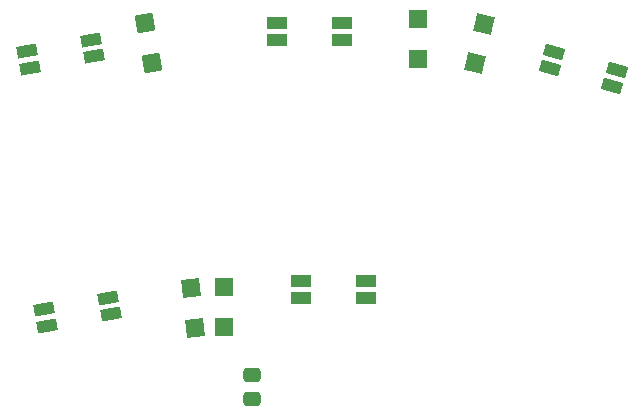
<source format=gbr>
%TF.GenerationSoftware,KiCad,Pcbnew,(6.99.0-4085-g6c752680d7)*%
%TF.CreationDate,2022-11-14T17:07:19+08:00*%
%TF.ProjectId,flex,666c6578-2e6b-4696-9361-645f70636258,rev?*%
%TF.SameCoordinates,Original*%
%TF.FileFunction,Paste,Top*%
%TF.FilePolarity,Positive*%
%FSLAX46Y46*%
G04 Gerber Fmt 4.6, Leading zero omitted, Abs format (unit mm)*
G04 Created by KiCad (PCBNEW (6.99.0-4085-g6c752680d7)) date 2022-11-14 17:07:19*
%MOMM*%
%LPD*%
G01*
G04 APERTURE LIST*
G04 Aperture macros list*
%AMRoundRect*
0 Rectangle with rounded corners*
0 $1 Rounding radius*
0 $2 $3 $4 $5 $6 $7 $8 $9 X,Y pos of 4 corners*
0 Add a 4 corners polygon primitive as box body*
4,1,4,$2,$3,$4,$5,$6,$7,$8,$9,$2,$3,0*
0 Add four circle primitives for the rounded corners*
1,1,$1+$1,$2,$3*
1,1,$1+$1,$4,$5*
1,1,$1+$1,$6,$7*
1,1,$1+$1,$8,$9*
0 Add four rect primitives between the rounded corners*
20,1,$1+$1,$2,$3,$4,$5,0*
20,1,$1+$1,$4,$5,$6,$7,0*
20,1,$1+$1,$6,$7,$8,$9,0*
20,1,$1+$1,$8,$9,$2,$3,0*%
%AMRotRect*
0 Rectangle, with rotation*
0 The origin of the aperture is its center*
0 $1 length*
0 $2 width*
0 $3 Rotation angle, in degrees counterclockwise*
0 Add horizontal line*
21,1,$1,$2,0,0,$3*%
G04 Aperture macros list end*
%ADD10R,1.524000X1.524000*%
%ADD11R,1.700000X1.000000*%
%ADD12RotRect,1.524000X1.524000X276.000000*%
%ADD13RoundRect,0.250000X-0.475000X0.337500X-0.475000X-0.337500X0.475000X-0.337500X0.475000X0.337500X0*%
%ADD14RotRect,1.524000X1.524000X280.000000*%
%ADD15RotRect,1.700000X1.000000X190.000000*%
%ADD16RotRect,1.700000X1.000000X10.000000*%
%ADD17RotRect,1.700000X1.000000X164.000000*%
%ADD18RotRect,1.524000X1.524000X257.000000*%
G04 APERTURE END LIST*
D10*
%TO.C,D1*%
X85598034Y-92130937D03*
X85598034Y-95530937D03*
%TD*%
D11*
%TO.C,D4*%
X97616014Y-93052480D03*
X92116014Y-93052480D03*
X92116014Y-91652480D03*
X97616014Y-91652480D03*
%TD*%
%TO.C,D10*%
X90084020Y-69808480D03*
X95584020Y-69808480D03*
X95584020Y-71208480D03*
X90084020Y-71208480D03*
%TD*%
D12*
%TO.C,D9*%
X82766438Y-92261133D03*
X83121835Y-95642508D03*
%TD*%
D13*
%TO.C,C1*%
X87943072Y-99566558D03*
X87943072Y-101641558D03*
%TD*%
D14*
%TO.C,D5*%
X78902781Y-69814117D03*
X79493185Y-73162463D03*
%TD*%
D15*
%TO.C,D12*%
X68917600Y-72201393D03*
X74334043Y-71246328D03*
X74577150Y-72625059D03*
X69160707Y-73580124D03*
%TD*%
D16*
%TO.C,D2*%
X76050349Y-94469069D03*
X70633906Y-95424134D03*
X70390799Y-94045403D03*
X75807242Y-93090338D03*
%TD*%
D10*
%TO.C,D19*%
X102006530Y-69436855D03*
X102006530Y-72836855D03*
%TD*%
D17*
%TO.C,D7*%
X113562085Y-72268792D03*
X118849025Y-73784798D03*
X118463133Y-75130564D03*
X113176193Y-73614558D03*
%TD*%
D18*
%TO.C,D14*%
X107650117Y-69909034D03*
X106885283Y-73221892D03*
%TD*%
M02*

</source>
